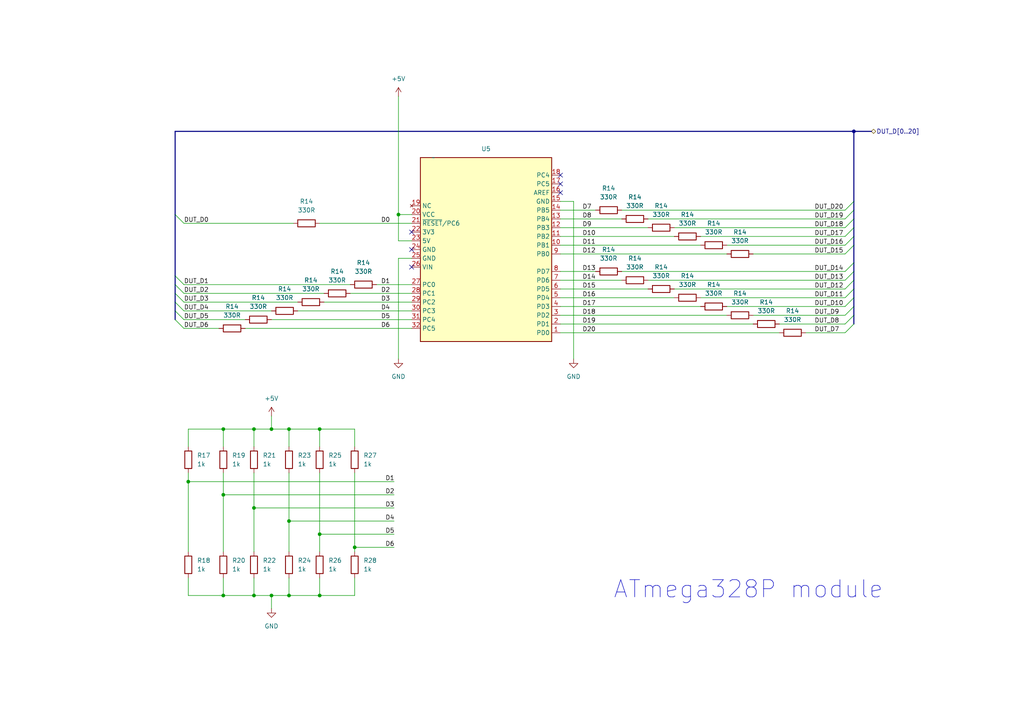
<source format=kicad_sch>
(kicad_sch (version 20230121) (generator eeschema)
  (paper "A4")
  (title_block (title "Test benches for microcontroller kits") (date "2023") (rev "v0.1") (company "Company: VUT Brno") (comment 1 "Author: Ivo Zaludek"))
  (lib_symbols
    (symbol "Device:R" (pin_numbers hide) (pin_names (offset 0))
      (property "Reference" "R" (at 2.032 0 90))
      (property "Value" "R" (at 0 0 90))
      (symbol "R_0_1"
        (rectangle (start -1.016 -2.54) (end 1.016 2.54) (stroke (width 0.254)))
      )
      (symbol "R_1_1"
        (pin passive line (at 0 3.81 270) (length 1.27) (name "~") (number "1"))
        (pin passive line (at 0 -3.81 90) (length 1.27) (name "~") (number "2"))
      )
    )
    (symbol "kit_modules:ATmega328P_Xplained_mini"
      (property "Reference" "U" (at -8.89 -7.62 0))
      (symbol "ATmega328P_Xplained_mini_0_1"
        (rectangle (start -10.16 -8.89) (end 27.94 -62.23) (stroke (width 0.254)) (fill (type background)))
      )
      (symbol "ATmega328P_Xplained_mini_1_1"
        (pin bidirectional line (at 30.48 -59.69 180) (length 2.54) (name "PD0") (number "1"))
        (pin bidirectional line (at 30.48 -34.29 180) (length 2.54) (name "PB1") (number "10"))
        (pin bidirectional line (at 30.48 -31.75 180) (length 2.54) (name "PB2") (number "11"))
        (pin bidirectional line (at 30.48 -29.21 180) (length 2.54) (name "PB3") (number "12"))
        (pin bidirectional line (at 30.48 -26.67 180) (length 2.54) (name "PB4") (number "13"))
        (pin bidirectional line (at 30.48 -24.13 180) (length 2.54) (name "PB5") (number "14"))
        (pin power_in line (at 30.48 -21.59 180) (length 2.54) (name "GND") (number "15"))
        (pin passive line (at 30.48 -19.05 180) (length 2.54) (name "AREF") (number "16"))
        (pin bidirectional line (at 30.48 -16.51 180) (length 2.54) (name "PC5") (number "17"))
        (pin bidirectional line (at 30.48 -13.97 180) (length 2.54) (name "PC4") (number "18"))
        (pin no_connect line (at -12.7 -22.86 0) (length 2.54) (name "NC") (number "19"))
        (pin bidirectional line (at 30.48 -57.15 180) (length 2.54) (name "PD1") (number "2"))
        (pin power_in line (at -12.7 -25.4 0) (length 2.54) (name "VCC") (number "20"))
        (pin bidirectional line (at -12.7 -27.94 0) (length 2.54) (name "~{RESET}/PC6") (number "21"))
        (pin power_in line (at -12.7 -30.48 0) (length 2.54) (name "3V3") (number "22"))
        (pin power_in line (at -12.7 -33.02 0) (length 2.54) (name "5V") (number "23"))
        (pin power_in line (at -12.7 -35.56 0) (length 2.54) (name "GND") (number "24"))
        (pin power_in line (at -12.7 -38.1 0) (length 2.54) (name "GND") (number "25"))
        (pin power_in line (at -12.7 -40.64 0) (length 2.54) (name "VIN") (number "26"))
        (pin bidirectional line (at -12.7 -45.72 0) (length 2.54) (name "PC0") (number "27"))
        (pin bidirectional line (at -12.7 -48.26 0) (length 2.54) (name "PC1") (number "28"))
        (pin bidirectional line (at -12.7 -50.8 0) (length 2.54) (name "PC2") (number "29"))
        (pin bidirectional line (at 30.48 -54.61 180) (length 2.54) (name "PD2") (number "3"))
        (pin bidirectional line (at -12.7 -53.34 0) (length 2.54) (name "PC3") (number "30"))
        (pin bidirectional line (at -12.7 -55.88 0) (length 2.54) (name "PC4") (number "31"))
        (pin bidirectional line (at -12.7 -58.42 0) (length 2.54) (name "PC5") (number "32"))
        (pin bidirectional line (at 30.48 -52.07 180) (length 2.54) (name "PD3") (number "4"))
        (pin bidirectional line (at 30.48 -49.53 180) (length 2.54) (name "PD4") (number "5"))
        (pin bidirectional line (at 30.48 -46.99 180) (length 2.54) (name "PD5") (number "6"))
        (pin bidirectional line (at 30.48 -44.45 180) (length 2.54) (name "PD6") (number "7"))
        (pin bidirectional line (at 30.48 -41.91 180) (length 2.54) (name "PD7") (number "8"))
        (pin bidirectional line (at 30.48 -36.83 180) (length 2.54) (name "PB0") (number "9"))
      )
    )
    (symbol "power:+5V" (power) (pin_names (offset 0))
      (property "Value" "+5V" (at 0 3.556 0))
      (symbol "+5V_0_1"
        (polyline (pts (xy -0.762 1.27) (xy 0 2.54)))
        (polyline (pts (xy 0 0) (xy 0 2.54)))
        (polyline (pts (xy 0 2.54) (xy 0.762 1.27)))
      )
      (symbol "+5V_1_1"
        (pin power_in line (at 0 0 90) (length 0) hide (name "+5V") (number "1"))
      )
    )
    (symbol "power:GND" (power) (pin_names (offset 0))
      (property "Value" "GND" (at 0 -3.81 0))
      (symbol "GND_0_1"
        (polyline (pts (xy 0 0) (xy 0 -1.27) (xy 1.27 -1.27) (xy 0 -2.54) (xy -1.27 -1.27) (xy 0 -1.27)))
      )
      (symbol "GND_1_1"
        (pin power_in line (at 0 0 270) (length 0) hide (name "GND") (number "1"))
      )
    )
  )
  (junction (at 64.77 172.72))
  (junction (at 64.77 124.46))
  (junction (at 83.82 172.72))
  (junction (at 64.77 143.51))
  (junction (at 92.71 124.46))
  (junction (at 83.82 124.46))
  (junction (at 83.82 151.13))
  (junction (at 78.74 124.46))
  (junction (at 115.57 62.23))
  (junction (at 92.71 172.72))
  (junction (at 92.71 154.94))
  (junction (at 73.66 147.32))
  (junction (at 54.61 139.7))
  (junction (at 73.66 172.72))
  (junction (at 102.87 158.75))
  (junction (at 73.66 124.46))
  (junction (at 78.74 172.72))
  (junction (at 247.65 38.1))
  (no_connect (at 162.56 50.8))
  (no_connect (at 119.38 67.31))
  (no_connect (at 119.38 77.47))
  (no_connect (at 162.56 55.88))
  (no_connect (at 162.56 53.34))
  (no_connect (at 119.38 72.39))
  (bus_entry (at 50.8 92.71) (size 2.54 2.54))
  (bus_entry (at 245.11 86.36) (size 2.54 -2.54))
  (bus_entry (at 245.11 83.82) (size 2.54 -2.54))
  (bus_entry (at 245.11 63.5) (size 2.54 -2.54))
  (bus_entry (at 245.11 60.96) (size 2.54 -2.54))
  (bus_entry (at 50.8 85.09) (size 2.54 2.54))
  (bus_entry (at 245.11 71.12) (size 2.54 -2.54))
  (bus_entry (at 245.11 73.66) (size 2.54 -2.54))
  (bus_entry (at 245.11 96.52) (size 2.54 -2.54))
  (bus_entry (at 245.11 78.74) (size 2.54 -2.54))
  (bus_entry (at 245.11 91.44) (size 2.54 -2.54))
  (bus_entry (at 50.8 80.01) (size 2.54 2.54))
  (bus_entry (at 50.8 87.63) (size 2.54 2.54))
  (bus_entry (at 245.11 81.28) (size 2.54 -2.54))
  (bus_entry (at 245.11 93.98) (size 2.54 -2.54))
  (bus_entry (at 50.8 62.23) (size 2.54 2.54))
  (bus_entry (at 245.11 66.04) (size 2.54 -2.54))
  (bus_entry (at 50.8 90.17) (size 2.54 2.54))
  (bus_entry (at 50.8 82.55) (size 2.54 2.54))
  (bus_entry (at 245.11 88.9) (size 2.54 -2.54))
  (bus_entry (at 245.11 68.58) (size 2.54 -2.54))
  (wire (pts (xy 64.77 137.16) (xy 64.77 143.51)))
  (wire (pts (xy 83.82 124.46) (xy 83.82 129.54)))
  (wire (pts (xy 102.87 158.75) (xy 114.3 158.75)))
  (wire (pts (xy 78.74 124.46) (xy 73.66 124.46)))
  (wire (pts (xy 162.56 83.82) (xy 187.96 83.82)))
  (bus (pts (xy 50.8 92.71) (xy 50.8 90.17)))
  (wire (pts (xy 83.82 172.72) (xy 78.74 172.72)))
  (wire (pts (xy 83.82 124.46) (xy 78.74 124.46)))
  (wire (pts (xy 92.71 124.46) (xy 92.71 129.54)))
  (wire (pts (xy 92.71 124.46) (xy 83.82 124.46)))
  (wire (pts (xy 83.82 151.13) (xy 114.3 151.13)))
  (wire (pts (xy 73.66 167.64) (xy 73.66 172.72)))
  (wire (pts (xy 195.58 83.82) (xy 245.11 83.82)))
  (wire (pts (xy 218.44 91.44) (xy 245.11 91.44)))
  (wire (pts (xy 64.77 124.46) (xy 54.61 124.46)))
  (wire (pts (xy 64.77 143.51) (xy 64.77 160.02)))
  (wire (pts (xy 73.66 137.16) (xy 73.66 147.32)))
  (wire (pts (xy 102.87 158.75) (xy 102.87 160.02)))
  (bus (pts (xy 247.65 60.96) (xy 247.65 63.5)))
  (wire (pts (xy 83.82 167.64) (xy 83.82 172.72)))
  (wire (pts (xy 78.74 120.65) (xy 78.74 124.46)))
  (bus (pts (xy 247.65 78.74) (xy 247.65 81.28)))
  (bus (pts (xy 247.65 91.44) (xy 247.65 93.98)))
  (wire (pts (xy 102.87 129.54) (xy 102.87 124.46)))
  (bus (pts (xy 50.8 87.63) (xy 50.8 85.09)))
  (wire (pts (xy 92.71 154.94) (xy 92.71 160.02)))
  (wire (pts (xy 162.56 81.28) (xy 180.34 81.28)))
  (wire (pts (xy 92.71 167.64) (xy 92.71 172.72)))
  (bus (pts (xy 247.65 83.82) (xy 247.65 86.36)))
  (wire (pts (xy 54.61 124.46) (xy 54.61 129.54)))
  (wire (pts (xy 180.34 60.96) (xy 245.11 60.96)))
  (wire (pts (xy 180.34 78.74) (xy 245.11 78.74)))
  (bus (pts (xy 247.65 68.58) (xy 247.65 71.12)))
  (wire (pts (xy 92.71 172.72) (xy 83.82 172.72)))
  (bus (pts (xy 247.65 58.42) (xy 247.65 60.96)))
  (wire (pts (xy 54.61 172.72) (xy 54.61 167.64)))
  (wire (pts (xy 54.61 137.16) (xy 54.61 139.7)))
  (wire (pts (xy 226.06 93.98) (xy 245.11 93.98)))
  (wire (pts (xy 73.66 147.32) (xy 73.66 160.02)))
  (wire (pts (xy 64.77 167.64) (xy 64.77 172.72)))
  (wire (pts (xy 233.68 96.52) (xy 245.11 96.52)))
  (wire (pts (xy 166.37 104.14) (xy 166.37 58.42)))
  (wire (pts (xy 115.57 104.14) (xy 115.57 74.93)))
  (wire (pts (xy 53.34 87.63) (xy 86.36 87.63)))
  (wire (pts (xy 83.82 137.16) (xy 83.82 151.13)))
  (wire (pts (xy 115.57 62.23) (xy 115.57 27.94)))
  (wire (pts (xy 92.71 64.77) (xy 119.38 64.77)))
  (wire (pts (xy 83.82 151.13) (xy 83.82 160.02)))
  (wire (pts (xy 102.87 167.64) (xy 102.87 172.72)))
  (wire (pts (xy 86.36 90.17) (xy 119.38 90.17)))
  (wire (pts (xy 53.34 90.17) (xy 78.74 90.17)))
  (wire (pts (xy 115.57 69.85) (xy 115.57 62.23)))
  (wire (pts (xy 73.66 124.46) (xy 73.66 129.54)))
  (bus (pts (xy 50.8 62.23) (xy 50.8 38.1)))
  (wire (pts (xy 162.56 68.58) (xy 195.58 68.58)))
  (wire (pts (xy 73.66 124.46) (xy 64.77 124.46)))
  (wire (pts (xy 54.61 139.7) (xy 54.61 160.02)))
  (bus (pts (xy 247.65 88.9) (xy 247.65 91.44)))
  (wire (pts (xy 53.34 92.71) (xy 71.12 92.71)))
  (wire (pts (xy 162.56 63.5) (xy 180.34 63.5)))
  (wire (pts (xy 162.56 93.98) (xy 218.44 93.98)))
  (bus (pts (xy 50.8 85.09) (xy 50.8 82.55)))
  (wire (pts (xy 210.82 71.12) (xy 245.11 71.12)))
  (wire (pts (xy 166.37 58.42) (xy 162.56 58.42)))
  (wire (pts (xy 102.87 172.72) (xy 92.71 172.72)))
  (wire (pts (xy 73.66 147.32) (xy 114.3 147.32)))
  (wire (pts (xy 162.56 60.96) (xy 172.72 60.96)))
  (bus (pts (xy 247.65 38.1) (xy 247.65 58.42)))
  (wire (pts (xy 195.58 66.04) (xy 245.11 66.04)))
  (bus (pts (xy 50.8 62.23) (xy 50.8 80.01)))
  (wire (pts (xy 115.57 62.23) (xy 119.38 62.23)))
  (wire (pts (xy 92.71 137.16) (xy 92.71 154.94)))
  (bus (pts (xy 50.8 38.1) (xy 247.65 38.1)))
  (wire (pts (xy 162.56 86.36) (xy 195.58 86.36)))
  (wire (pts (xy 64.77 124.46) (xy 64.77 129.54)))
  (wire (pts (xy 162.56 73.66) (xy 210.82 73.66)))
  (wire (pts (xy 73.66 172.72) (xy 64.77 172.72)))
  (wire (pts (xy 187.96 81.28) (xy 245.11 81.28)))
  (bus (pts (xy 50.8 90.17) (xy 50.8 87.63)))
  (wire (pts (xy 203.2 86.36) (xy 245.11 86.36)))
  (wire (pts (xy 102.87 124.46) (xy 92.71 124.46)))
  (bus (pts (xy 247.65 63.5) (xy 247.65 66.04)))
  (wire (pts (xy 162.56 91.44) (xy 210.82 91.44)))
  (wire (pts (xy 53.34 95.25) (xy 63.5 95.25)))
  (wire (pts (xy 93.98 87.63) (xy 119.38 87.63)))
  (wire (pts (xy 109.22 82.55) (xy 119.38 82.55)))
  (wire (pts (xy 162.56 78.74) (xy 172.72 78.74)))
  (wire (pts (xy 162.56 66.04) (xy 187.96 66.04)))
  (wire (pts (xy 162.56 71.12) (xy 203.2 71.12)))
  (wire (pts (xy 162.56 96.52) (xy 226.06 96.52)))
  (bus (pts (xy 247.65 38.1) (xy 252.73 38.1)))
  (wire (pts (xy 53.34 82.55) (xy 101.6 82.55)))
  (wire (pts (xy 64.77 143.51) (xy 114.3 143.51)))
  (wire (pts (xy 78.74 172.72) (xy 73.66 172.72)))
  (bus (pts (xy 247.65 66.04) (xy 247.65 68.58)))
  (bus (pts (xy 247.65 76.2) (xy 247.65 78.74)))
  (bus (pts (xy 247.65 81.28) (xy 247.65 83.82)))
  (wire (pts (xy 53.34 85.09) (xy 93.98 85.09)))
  (wire (pts (xy 187.96 63.5) (xy 245.11 63.5)))
  (bus (pts (xy 247.65 86.36) (xy 247.65 88.9)))
  (wire (pts (xy 203.2 68.58) (xy 245.11 68.58)))
  (bus (pts (xy 247.65 71.12) (xy 247.65 76.2)))
  (wire (pts (xy 218.44 73.66) (xy 245.11 73.66)))
  (bus (pts (xy 50.8 82.55) (xy 50.8 80.01)))
  (wire (pts (xy 54.61 139.7) (xy 114.3 139.7)))
  (wire (pts (xy 53.34 64.77) (xy 85.09 64.77)))
  (wire (pts (xy 115.57 74.93) (xy 119.38 74.93)))
  (wire (pts (xy 64.77 172.72) (xy 54.61 172.72)))
  (wire (pts (xy 210.82 88.9) (xy 245.11 88.9)))
  (wire (pts (xy 71.12 95.25) (xy 119.38 95.25)))
  (wire (pts (xy 78.74 92.71) (xy 119.38 92.71)))
  (wire (pts (xy 92.71 154.94) (xy 114.3 154.94)))
  (wire (pts (xy 78.74 172.72) (xy 78.74 176.53)))
  (wire (pts (xy 162.56 88.9) (xy 203.2 88.9)))
  (wire (pts (xy 119.38 69.85) (xy 115.57 69.85)))
  (wire (pts (xy 101.6 85.09) (xy 119.38 85.09)))
  (wire (pts (xy 102.87 137.16) (xy 102.87 158.75)))
  (text "ATmega328P module" (at 177.8 173.99 0) (effects (font (size 5 5)) (justify left bottom)))
  (label "D16" (at 168.91 86.36 0))
  (label "D10" (at 168.91 68.58 0))
  (label "DUT_D11" (at 236.22 86.36 0))
  (label "D11" (at 168.91 71.12 0))
  (label "DUT_D8" (at 236.22 93.98 0))
  (label "D19" (at 168.91 93.98 0))
  (label "D14" (at 168.91 81.28 0))
  (label "DUT_D4" (at 53.34 90.17 0))
  (label "D9" (at 168.91 66.04 0))
  (label "D13" (at 168.91 78.74 0))
  (label "DUT_D6" (at 53.34 95.25 0))
  (label "DUT_D1" (at 53.34 82.55 0))
  (label "DUT_D14" (at 236.22 78.74 0))
  (label "DUT_D17" (at 236.22 68.58 0))
  (label "D6" (at 110.49 95.25 0))
  (label "D1" (at 110.49 82.55 0))
  (label "D17" (at 168.91 88.9 0))
  (label "D18" (at 168.91 91.44 0))
  (label "D20" (at 168.91 96.52 0))
  (label "D1" (at 111.76 139.7 0))
  (label "D15" (at 168.91 83.82 0))
  (label "D5" (at 111.76 154.94 0))
  (label "D3" (at 110.49 87.63 0))
  (label "DUT_D19" (at 236.22 63.5 0))
  (label "DUT_D2" (at 53.34 85.09 0))
  (label "DUT_D7" (at 236.22 96.52 0))
  (label "DUT_D12" (at 236.22 83.82 0))
  (label "DUT_D10" (at 236.22 88.9 0))
  (label "DUT_D0" (at 53.34 64.77 0))
  (label "DUT_D18" (at 236.22 66.04 0))
  (label "D3" (at 111.76 147.32 0))
  (label "DUT_D16" (at 236.22 71.12 0))
  (label "D4" (at 110.49 90.17 0))
  (label "D4" (at 111.76 151.13 0))
  (label "D12" (at 168.91 73.66 0))
  (label "DUT_D13" (at 236.22 81.28 0))
  (label "DUT_D20" (at 236.22 60.96 0))
  (label "D6" (at 111.76 158.75 0))
  (label "DUT_D5" (at 53.34 92.71 0))
  (label "D0" (at 110.49 64.77 0))
  (label "D2" (at 110.49 85.09 0))
  (label "DUT_D15" (at 236.22 73.66 0))
  (label "D8" (at 168.91 63.5 0))
  (label "D2" (at 111.76 143.51 0))
  (label "DUT_D9" (at 236.22 91.44 0))
  (label "DUT_D3" (at 53.34 87.63 0))
  (label "D5" (at 110.49 92.71 0))
  (label "D7" (at 168.91 60.96 0))
  (hierarchical_label "DUT_D[0..20]" (shape bidirectional) (at 252.73 38.1 0))
  (symbol (lib_id "Device:R") (at 92.71 163.83 0) (unit 1)
    (property "Reference" "R26" (at 95.25 162.56 0) (effects (justify left)))
    (property "Value" "1k" (at 95.25 165.1 0) (effects (justify left)))
    (property "Footprint" "Resistor_SMD:R_0805_2012Metric" (effects hide))
  )
  (symbol (lib_id "Device:R") (at 54.61 163.83 0) (unit 1)
    (property "Reference" "R18" (at 57.15 162.56 0) (effects (justify left)))
    (property "Value" "1k" (at 57.15 165.1 0) (effects (justify left)))
    (property "Footprint" "Resistor_SMD:R_0805_2012Metric" (effects hide))
  )
  (symbol (lib_id "Device:R") (at 83.82 163.83 0) (unit 1)
    (property "Reference" "R24" (at 86.36 162.56 0) (effects (justify left)))
    (property "Value" "1k" (at 86.36 165.1 0) (effects (justify left)))
    (property "Footprint" "Resistor_SMD:R_0805_2012Metric" (effects hide))
  )
  (symbol (lib_id "Device:R") (at 74.93 92.71 90) (unit 1)
    (property "Reference" "R14" (at 74.93 86.36 90))
    (property "Value" "330R" (at 74.93 88.9 90))
    (property "Footprint" "Resistor_SMD:R_0805_2012Metric" (effects hide))
    (instances (project "testbench" (path "" (reference "R14") (unit 1)) (path "" (reference "R33") (unit 1))))
  )
  (symbol (lib_id "Device:R") (at 184.15 63.5 90) (unit 1)
    (property "Reference" "R14" (at 184.15 57.15 90))
    (property "Value" "330R" (at 184.15 59.69 90))
    (property "Footprint" "Resistor_SMD:R_0805_2012Metric" (effects hide))
    (instances (project "testbench" (path "" (reference "R14") (unit 1)) (path "" (reference "R36") (unit 1))))
  )
  (symbol (lib_id "Device:R") (at 184.15 81.28 90) (unit 1)
    (property "Reference" "R14" (at 184.15 74.93 90))
    (property "Value" "330R" (at 184.15 77.47 90))
    (property "Footprint" "Resistor_SMD:R_0805_2012Metric" (effects hide))
    (instances (project "testbench" (path "" (reference "R14") (unit 1)) (path "" (reference "R42") (unit 1))))
  )
  (symbol (lib_id "Device:R") (at 64.77 133.35 0) (unit 1)
    (property "Reference" "R19" (at 67.31 132.08 0) (effects (justify left)))
    (property "Value" "1k" (at 67.31 134.62 0) (effects (justify left)))
    (property "Footprint" "Resistor_SMD:R_0805_2012Metric" (effects hide))
  )
  (symbol (lib_id "Device:R") (at 73.66 133.35 0) (unit 1)
    (property "Reference" "R21" (at 76.2 132.08 0) (effects (justify left)))
    (property "Value" "1k" (at 76.2 134.62 0) (effects (justify left)))
    (property "Footprint" "Resistor_SMD:R_0805_2012Metric" (effects hide))
  )
  (symbol (lib_id "power:GND") (at 78.74 176.53 0) (unit 1)
    (property "Reference" "#PWR045" (effects hide))
    (property "Value" "GND" (at 78.74 181.61 0))
  )
  (symbol (lib_id "Device:R") (at 83.82 133.35 0) (unit 1)
    (property "Reference" "R23" (at 86.36 132.08 0) (effects (justify left)))
    (property "Value" "1k" (at 86.36 134.62 0) (effects (justify left)))
    (property "Footprint" "Resistor_SMD:R_0805_2012Metric" (effects hide))
  )
  (symbol (lib_id "Device:R") (at 102.87 133.35 0) (unit 1)
    (property "Reference" "R27" (at 105.41 132.08 0) (effects (justify left)))
    (property "Value" "1k" (at 105.41 134.62 0) (effects (justify left)))
    (property "Footprint" "Resistor_SMD:R_0805_2012Metric" (effects hide))
  )
  (symbol (lib_id "power:GND") (at 115.57 104.14 0) (unit 1)
    (property "Reference" "#PWR032" (effects hide))
    (property "Value" "GND" (at 115.57 109.22 0))
  )
  (symbol (lib_id "Device:R") (at 105.41 82.55 90) (unit 1)
    (property "Reference" "R14" (at 105.41 76.2 90))
    (property "Value" "330R" (at 105.41 78.74 90))
    (property "Footprint" "Resistor_SMD:R_0805_2012Metric" (effects hide))
    (instances (project "testbench" (path "" (reference "R14") (unit 1)) (path "" (reference "R29") (unit 1))))
  )
  (symbol (lib_id "Device:R") (at 176.53 60.96 90) (unit 1)
    (property "Reference" "R14" (at 176.53 54.61 90))
    (property "Value" "330R" (at 176.53 57.15 90))
    (property "Footprint" "Resistor_SMD:R_0805_2012Metric" (effects hide))
    (instances (project "testbench" (path "" (reference "R14") (unit 1)) (path "" (reference "R35") (unit 1))))
  )
  (symbol (lib_id "Device:R") (at 222.25 93.98 90) (unit 1)
    (property "Reference" "R14" (at 222.25 87.63 90))
    (property "Value" "330R" (at 222.25 90.17 90))
    (property "Footprint" "Resistor_SMD:R_0805_2012Metric" (effects hide))
    (instances (project "testbench" (path "" (reference "R14") (unit 1)) (path "" (reference "R47") (unit 1))))
  )
  (symbol (lib_id "Device:R") (at 92.71 133.35 0) (unit 1)
    (property "Reference" "R25" (at 95.25 132.08 0) (effects (justify left)))
    (property "Value" "1k" (at 95.25 134.62 0) (effects (justify left)))
    (property "Footprint" "Resistor_SMD:R_0805_2012Metric" (effects hide))
  )
  (symbol (lib_id "Device:R") (at 82.55 90.17 90) (unit 1)
    (property "Reference" "R14" (at 82.55 83.82 90))
    (property "Value" "330R" (at 82.55 86.36 90))
    (property "Footprint" "Resistor_SMD:R_0805_2012Metric" (effects hide))
    (instances (project "testbench" (path "" (reference "R14") (unit 1)) (path "" (reference "R32") (unit 1))))
  )
  (symbol (lib_id "Device:R") (at 97.79 85.09 90) (unit 1)
    (property "Reference" "R14" (at 97.79 78.74 90))
    (property "Value" "330R" (at 97.79 81.28 90))
    (property "Footprint" "Resistor_SMD:R_0805_2012Metric" (effects hide))
    (instances (project "testbench" (path "" (reference "R14") (unit 1)) (path "" (reference "R30") (unit 1))))
  )
  (symbol (lib_id "Device:R") (at 229.87 96.52 90) (unit 1)
    (property "Reference" "R14" (at 229.87 90.17 90))
    (property "Value" "330R" (at 229.87 92.71 90))
    (property "Footprint" "Resistor_SMD:R_0805_2012Metric" (effects hide))
    (instances (project "testbench" (path "" (reference "R14") (unit 1)) (path "" (reference "R48") (unit 1))))
  )
  (symbol (lib_id "Device:R") (at 191.77 66.04 90) (unit 1)
    (property "Reference" "R14" (at 191.77 59.69 90))
    (property "Value" "330R" (at 191.77 62.23 90))
    (property "Footprint" "Resistor_SMD:R_0805_2012Metric" (effects hide))
    (instances (project "testbench" (path "" (reference "R14") (unit 1)) (path "" (reference "R37") (unit 1))))
  )
  (symbol (lib_id "Device:R") (at 214.63 91.44 90) (unit 1)
    (property "Reference" "R14" (at 214.63 85.09 90))
    (property "Value" "330R" (at 214.63 87.63 90))
    (property "Footprint" "Resistor_SMD:R_0805_2012Metric" (effects hide))
    (instances (project "testbench" (path "" (reference "R14") (unit 1)) (path "" (reference "R46") (unit 1))))
  )
  (symbol (lib_id "Device:R") (at 64.77 163.83 0) (unit 1)
    (property "Reference" "R20" (at 67.31 162.56 0) (effects (justify left)))
    (property "Value" "1k" (at 67.31 165.1 0) (effects (justify left)))
    (property "Footprint" "Resistor_SMD:R_0805_2012Metric" (effects hide))
  )
  (symbol (lib_id "Device:R") (at 207.01 88.9 90) (unit 1)
    (property "Reference" "R14" (at 207.01 82.55 90))
    (property "Value" "330R" (at 207.01 85.09 90))
    (property "Footprint" "Resistor_SMD:R_0805_2012Metric" (effects hide))
    (instances (project "testbench" (path "" (reference "R14") (unit 1)) (path "" (reference "R45") (unit 1))))
  )
  (symbol (lib_id "power:+5V") (at 115.57 27.94 0) (unit 1)
    (property "Reference" "#PWR031" (effects hide))
    (property "Value" "+5V" (at 115.57 22.86 0))
  )
  (symbol (lib_id "Device:R") (at 199.39 86.36 90) (unit 1)
    (property "Reference" "R14" (at 199.39 80.01 90))
    (property "Value" "330R" (at 199.39 82.55 90))
    (property "Footprint" "Resistor_SMD:R_0805_2012Metric" (effects hide))
    (instances (project "testbench" (path "" (reference "R14") (unit 1)) (path "" (reference "R44") (unit 1))))
  )
  (symbol (lib_id "kit_modules:ATmega328P_Xplained_mini") (at 132.08 36.83 0) (unit 1)
    (property "Reference" "U5" (at 140.97 43.18 0))
    (property "Value" "~" (at 125.73 45.72 0))
    (property "Footprint" "kit_modules:ATmega328P_Xplained_mini" (effects hide))
  )
  (symbol (lib_id "power:GND") (at 166.37 104.14 0) (unit 1)
    (property "Reference" "#PWR040" (effects hide))
    (property "Value" "GND" (at 166.37 109.22 0))
  )
  (symbol (lib_id "Device:R") (at 207.01 71.12 90) (unit 1)
    (property "Reference" "R14" (at 207.01 64.77 90))
    (property "Value" "330R" (at 207.01 67.31 90))
    (property "Footprint" "Resistor_SMD:R_0805_2012Metric" (effects hide))
    (instances (project "testbench" (path "" (reference "R14") (unit 1)) (path "" (reference "R39") (unit 1))))
  )
  (symbol (lib_id "Device:R") (at 214.63 73.66 90) (unit 1)
    (property "Reference" "R14" (at 214.63 67.31 90))
    (property "Value" "330R" (at 214.63 69.85 90))
    (property "Footprint" "Resistor_SMD:R_0805_2012Metric" (effects hide))
    (instances (project "testbench" (path "" (reference "R14") (unit 1)) (path "" (reference "R40") (unit 1))))
  )
  (symbol (lib_id "Device:R") (at 88.9 64.77 90) (unit 1)
    (property "Reference" "R14" (at 88.9 58.42 90))
    (property "Value" "330R" (at 88.9 60.96 90))
    (property "Footprint" "Resistor_SMD:R_0805_2012Metric" (effects hide))
    (instances (project "testbench" (path "" (reference "R14") (unit 1)) (path "" (reference "R16") (unit 1))))
  )
  (symbol (lib_id "Device:R") (at 191.77 83.82 90) (unit 1)
    (property "Reference" "R14" (at 191.77 77.47 90))
    (property "Value" "330R" (at 191.77 80.01 90))
    (property "Footprint" "Resistor_SMD:R_0805_2012Metric" (effects hide))
    (instances (project "testbench" (path "" (reference "R14") (unit 1)) (path "" (reference "R43") (unit 1))))
  )
  (symbol (lib_id "Device:R") (at 73.66 163.83 0) (unit 1)
    (property "Reference" "R22" (at 76.2 162.56 0) (effects (justify left)))
    (property "Value" "1k" (at 76.2 165.1 0) (effects (justify left)))
    (property "Footprint" "Resistor_SMD:R_0805_2012Metric" (effects hide))
  )
  (symbol (lib_id "Device:R") (at 176.53 78.74 90) (unit 1)
    (property "Reference" "R14" (at 176.53 72.39 90))
    (property "Value" "330R" (at 176.53 74.93 90))
    (property "Footprint" "Resistor_SMD:R_0805_2012Metric" (effects hide))
    (instances (project "testbench" (path "" (reference "R14") (unit 1)) (path "" (reference "R41") (unit 1))))
  )
  (symbol (lib_id "Device:R") (at 199.39 68.58 90) (unit 1)
    (property "Reference" "R14" (at 199.39 62.23 90))
    (property "Value" "330R" (at 199.39 64.77 90))
    (property "Footprint" "Resistor_SMD:R_0805_2012Metric" (effects hide))
    (instances (project "testbench" (path "" (reference "R14") (unit 1)) (path "" (reference "R38") (unit 1))))
  )
  (symbol (lib_id "Device:R") (at 67.31 95.25 90) (unit 1)
    (property "Reference" "R14" (at 67.31 88.9 90))
    (property "Value" "330R" (at 67.31 91.44 90))
    (property "Footprint" "Resistor_SMD:R_0805_2012Metric" (effects hide))
    (instances (project "testbench" (path "" (reference "R14") (unit 1)) (path "" (reference "R34") (unit 1))))
  )
  (symbol (lib_id "Device:R") (at 54.61 133.35 0) (unit 1)
    (property "Reference" "R17" (at 57.15 132.08 0) (effects (justify left)))
    (property "Value" "1k" (at 57.15 134.62 0) (effects (justify left)))
    (property "Footprint" "Resistor_SMD:R_0805_2012Metric" (effects hide))
  )
  (symbol (lib_id "Device:R") (at 102.87 163.83 0) (unit 1)
    (property "Reference" "R28" (at 105.41 162.56 0) (effects (justify left)))
    (property "Value" "1k" (at 105.41 165.1 0) (effects (justify left)))
    (property "Footprint" "Resistor_SMD:R_0805_2012Metric" (effects hide))
  )
  (symbol (lib_id "Device:R") (at 90.17 87.63 90) (unit 1)
    (property "Reference" "R14" (at 90.17 81.28 90))
    (property "Value" "330R" (at 90.17 83.82 90))
    (property "Footprint" "Resistor_SMD:R_0805_2012Metric" (effects hide))
    (instances (project "testbench" (path "" (reference "R14") (unit 1)) (path "" (reference "R31") (unit 1))))
  )
  (symbol (lib_id "power:+5V") (at 78.74 120.65 0) (unit 1)
    (property "Reference" "#PWR046" (effects hide))
    (property "Value" "+5V" (at 78.74 115.57 0))
  )
)
</source>
